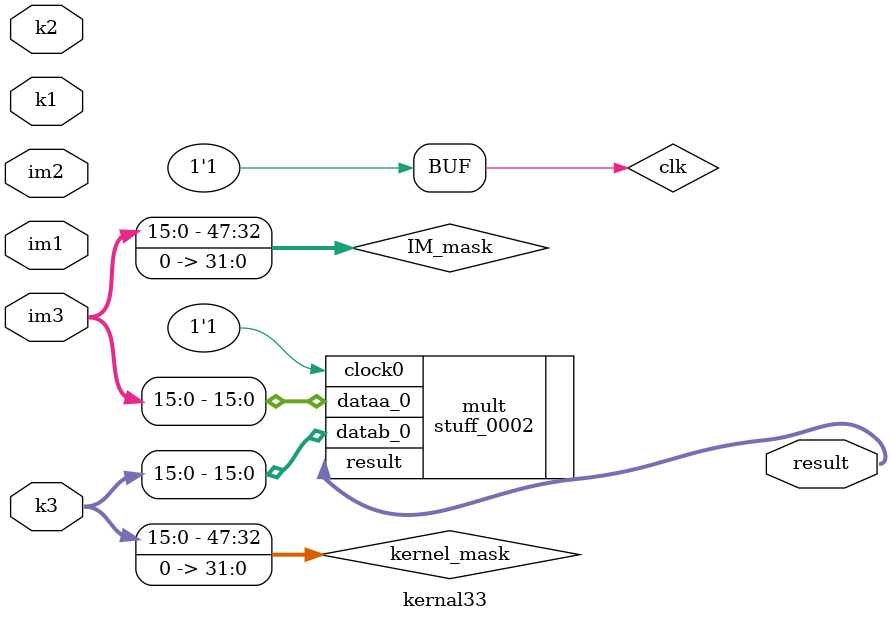
<source format=v>
`timescale 1 ps / 1 ps
module kernal33(im1, im2, im3, k1, k2, k3, result);

	input[47:0] im1, im2, im3, k1, k2, k3;
	output[31:0] result;
	
	reg clk = 1'b0;
	reg [47:0] IM_mask, kernel_mask;
	
	stuff_0002 mult(.clock0(clk), .dataa_0(IM_mask[47:32]), .datab_0(kernel_mask[47:32]), .result(result));
	
	initial begin
		clk = 1'b0;
		#1
		IM_mask = im1; kernel_mask = k1; clk = 1'b1;
		#1
		clk = 1'b0;
		#1
		IM_mask = im1 << 16; kernel_mask = k1 << 16; clk = 1'b1;
		#1
		clk = 1'b0;
		#1
		IM_mask = im1 << 32; kernel_mask = k1 << 32; clk = 1'b1;
		#1
		clk = 1'b0;
		#1
		IM_mask = im2; kernel_mask = k2; clk = 1'b1;
		#1
		clk = 1'b0;
		#1
		IM_mask = im2 << 16; kernel_mask = k2 << 16; clk = 1'b1;
		#1
		clk = 1'b0;
		#1
		IM_mask = im2 << 32; kernel_mask = k2 << 32; clk = 1'b1;
		#1
		clk = 1'b0;
		#1
		IM_mask = im3; kernel_mask = k3; clk = 1'b1;
		#1
		clk = 1'b0;
		#1
		IM_mask = im3 << 16; kernel_mask = k3 << 16; clk = 1'b1;
		#1
		clk = 1'b0;
		#1
		IM_mask = im3 << 32; kernel_mask = k3 << 32; clk = 1'b1;
	end

endmodule 
</source>
